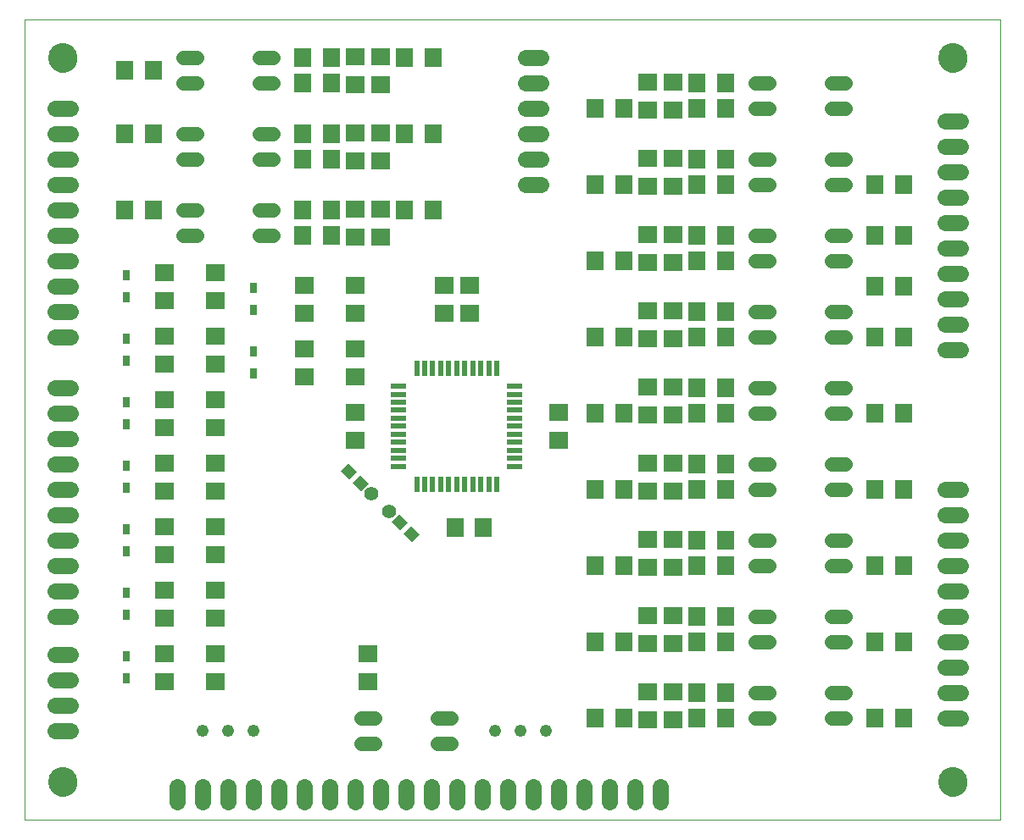
<source format=gts>
G75*
%MOIN*%
%OFA0B0*%
%FSLAX25Y25*%
%IPPOS*%
%LPD*%
%AMOC8*
5,1,8,0,0,1.08239X$1,22.5*
%
%ADD10C,0.00000*%
%ADD11R,0.06306X0.02369*%
%ADD12R,0.02369X0.06306*%
%ADD13R,0.07487X0.06699*%
%ADD14R,0.06699X0.07487*%
%ADD15R,0.07498X0.06699*%
%ADD16C,0.05600*%
%ADD17R,0.06699X0.07498*%
%ADD18C,0.06400*%
%ADD19C,0.04800*%
%ADD20R,0.02762X0.04337*%
%ADD21C,0.05600*%
%ADD22R,0.04731X0.04337*%
%ADD23C,0.06337*%
%ADD24C,0.11424*%
D10*
X0008000Y0004500D02*
X0008000Y0319461D01*
X0391701Y0319461D01*
X0391701Y0004500D01*
X0008000Y0004500D01*
X0017488Y0019500D02*
X0017490Y0019648D01*
X0017496Y0019796D01*
X0017506Y0019944D01*
X0017520Y0020091D01*
X0017538Y0020238D01*
X0017559Y0020384D01*
X0017585Y0020530D01*
X0017615Y0020675D01*
X0017648Y0020819D01*
X0017686Y0020962D01*
X0017727Y0021104D01*
X0017772Y0021245D01*
X0017820Y0021385D01*
X0017873Y0021524D01*
X0017929Y0021661D01*
X0017989Y0021796D01*
X0018052Y0021930D01*
X0018119Y0022062D01*
X0018190Y0022192D01*
X0018264Y0022320D01*
X0018341Y0022446D01*
X0018422Y0022570D01*
X0018506Y0022692D01*
X0018593Y0022811D01*
X0018684Y0022928D01*
X0018778Y0023043D01*
X0018874Y0023155D01*
X0018974Y0023265D01*
X0019076Y0023371D01*
X0019182Y0023475D01*
X0019290Y0023576D01*
X0019401Y0023674D01*
X0019514Y0023770D01*
X0019630Y0023862D01*
X0019748Y0023951D01*
X0019869Y0024036D01*
X0019992Y0024119D01*
X0020117Y0024198D01*
X0020244Y0024274D01*
X0020373Y0024346D01*
X0020504Y0024415D01*
X0020637Y0024480D01*
X0020772Y0024541D01*
X0020908Y0024599D01*
X0021045Y0024654D01*
X0021184Y0024704D01*
X0021325Y0024751D01*
X0021466Y0024794D01*
X0021609Y0024834D01*
X0021753Y0024869D01*
X0021897Y0024901D01*
X0022043Y0024928D01*
X0022189Y0024952D01*
X0022336Y0024972D01*
X0022483Y0024988D01*
X0022630Y0025000D01*
X0022778Y0025008D01*
X0022926Y0025012D01*
X0023074Y0025012D01*
X0023222Y0025008D01*
X0023370Y0025000D01*
X0023517Y0024988D01*
X0023664Y0024972D01*
X0023811Y0024952D01*
X0023957Y0024928D01*
X0024103Y0024901D01*
X0024247Y0024869D01*
X0024391Y0024834D01*
X0024534Y0024794D01*
X0024675Y0024751D01*
X0024816Y0024704D01*
X0024955Y0024654D01*
X0025092Y0024599D01*
X0025228Y0024541D01*
X0025363Y0024480D01*
X0025496Y0024415D01*
X0025627Y0024346D01*
X0025756Y0024274D01*
X0025883Y0024198D01*
X0026008Y0024119D01*
X0026131Y0024036D01*
X0026252Y0023951D01*
X0026370Y0023862D01*
X0026486Y0023770D01*
X0026599Y0023674D01*
X0026710Y0023576D01*
X0026818Y0023475D01*
X0026924Y0023371D01*
X0027026Y0023265D01*
X0027126Y0023155D01*
X0027222Y0023043D01*
X0027316Y0022928D01*
X0027407Y0022811D01*
X0027494Y0022692D01*
X0027578Y0022570D01*
X0027659Y0022446D01*
X0027736Y0022320D01*
X0027810Y0022192D01*
X0027881Y0022062D01*
X0027948Y0021930D01*
X0028011Y0021796D01*
X0028071Y0021661D01*
X0028127Y0021524D01*
X0028180Y0021385D01*
X0028228Y0021245D01*
X0028273Y0021104D01*
X0028314Y0020962D01*
X0028352Y0020819D01*
X0028385Y0020675D01*
X0028415Y0020530D01*
X0028441Y0020384D01*
X0028462Y0020238D01*
X0028480Y0020091D01*
X0028494Y0019944D01*
X0028504Y0019796D01*
X0028510Y0019648D01*
X0028512Y0019500D01*
X0028510Y0019352D01*
X0028504Y0019204D01*
X0028494Y0019056D01*
X0028480Y0018909D01*
X0028462Y0018762D01*
X0028441Y0018616D01*
X0028415Y0018470D01*
X0028385Y0018325D01*
X0028352Y0018181D01*
X0028314Y0018038D01*
X0028273Y0017896D01*
X0028228Y0017755D01*
X0028180Y0017615D01*
X0028127Y0017476D01*
X0028071Y0017339D01*
X0028011Y0017204D01*
X0027948Y0017070D01*
X0027881Y0016938D01*
X0027810Y0016808D01*
X0027736Y0016680D01*
X0027659Y0016554D01*
X0027578Y0016430D01*
X0027494Y0016308D01*
X0027407Y0016189D01*
X0027316Y0016072D01*
X0027222Y0015957D01*
X0027126Y0015845D01*
X0027026Y0015735D01*
X0026924Y0015629D01*
X0026818Y0015525D01*
X0026710Y0015424D01*
X0026599Y0015326D01*
X0026486Y0015230D01*
X0026370Y0015138D01*
X0026252Y0015049D01*
X0026131Y0014964D01*
X0026008Y0014881D01*
X0025883Y0014802D01*
X0025756Y0014726D01*
X0025627Y0014654D01*
X0025496Y0014585D01*
X0025363Y0014520D01*
X0025228Y0014459D01*
X0025092Y0014401D01*
X0024955Y0014346D01*
X0024816Y0014296D01*
X0024675Y0014249D01*
X0024534Y0014206D01*
X0024391Y0014166D01*
X0024247Y0014131D01*
X0024103Y0014099D01*
X0023957Y0014072D01*
X0023811Y0014048D01*
X0023664Y0014028D01*
X0023517Y0014012D01*
X0023370Y0014000D01*
X0023222Y0013992D01*
X0023074Y0013988D01*
X0022926Y0013988D01*
X0022778Y0013992D01*
X0022630Y0014000D01*
X0022483Y0014012D01*
X0022336Y0014028D01*
X0022189Y0014048D01*
X0022043Y0014072D01*
X0021897Y0014099D01*
X0021753Y0014131D01*
X0021609Y0014166D01*
X0021466Y0014206D01*
X0021325Y0014249D01*
X0021184Y0014296D01*
X0021045Y0014346D01*
X0020908Y0014401D01*
X0020772Y0014459D01*
X0020637Y0014520D01*
X0020504Y0014585D01*
X0020373Y0014654D01*
X0020244Y0014726D01*
X0020117Y0014802D01*
X0019992Y0014881D01*
X0019869Y0014964D01*
X0019748Y0015049D01*
X0019630Y0015138D01*
X0019514Y0015230D01*
X0019401Y0015326D01*
X0019290Y0015424D01*
X0019182Y0015525D01*
X0019076Y0015629D01*
X0018974Y0015735D01*
X0018874Y0015845D01*
X0018778Y0015957D01*
X0018684Y0016072D01*
X0018593Y0016189D01*
X0018506Y0016308D01*
X0018422Y0016430D01*
X0018341Y0016554D01*
X0018264Y0016680D01*
X0018190Y0016808D01*
X0018119Y0016938D01*
X0018052Y0017070D01*
X0017989Y0017204D01*
X0017929Y0017339D01*
X0017873Y0017476D01*
X0017820Y0017615D01*
X0017772Y0017755D01*
X0017727Y0017896D01*
X0017686Y0018038D01*
X0017648Y0018181D01*
X0017615Y0018325D01*
X0017585Y0018470D01*
X0017559Y0018616D01*
X0017538Y0018762D01*
X0017520Y0018909D01*
X0017506Y0019056D01*
X0017496Y0019204D01*
X0017490Y0019352D01*
X0017488Y0019500D01*
X0017488Y0304500D02*
X0017490Y0304648D01*
X0017496Y0304796D01*
X0017506Y0304944D01*
X0017520Y0305091D01*
X0017538Y0305238D01*
X0017559Y0305384D01*
X0017585Y0305530D01*
X0017615Y0305675D01*
X0017648Y0305819D01*
X0017686Y0305962D01*
X0017727Y0306104D01*
X0017772Y0306245D01*
X0017820Y0306385D01*
X0017873Y0306524D01*
X0017929Y0306661D01*
X0017989Y0306796D01*
X0018052Y0306930D01*
X0018119Y0307062D01*
X0018190Y0307192D01*
X0018264Y0307320D01*
X0018341Y0307446D01*
X0018422Y0307570D01*
X0018506Y0307692D01*
X0018593Y0307811D01*
X0018684Y0307928D01*
X0018778Y0308043D01*
X0018874Y0308155D01*
X0018974Y0308265D01*
X0019076Y0308371D01*
X0019182Y0308475D01*
X0019290Y0308576D01*
X0019401Y0308674D01*
X0019514Y0308770D01*
X0019630Y0308862D01*
X0019748Y0308951D01*
X0019869Y0309036D01*
X0019992Y0309119D01*
X0020117Y0309198D01*
X0020244Y0309274D01*
X0020373Y0309346D01*
X0020504Y0309415D01*
X0020637Y0309480D01*
X0020772Y0309541D01*
X0020908Y0309599D01*
X0021045Y0309654D01*
X0021184Y0309704D01*
X0021325Y0309751D01*
X0021466Y0309794D01*
X0021609Y0309834D01*
X0021753Y0309869D01*
X0021897Y0309901D01*
X0022043Y0309928D01*
X0022189Y0309952D01*
X0022336Y0309972D01*
X0022483Y0309988D01*
X0022630Y0310000D01*
X0022778Y0310008D01*
X0022926Y0310012D01*
X0023074Y0310012D01*
X0023222Y0310008D01*
X0023370Y0310000D01*
X0023517Y0309988D01*
X0023664Y0309972D01*
X0023811Y0309952D01*
X0023957Y0309928D01*
X0024103Y0309901D01*
X0024247Y0309869D01*
X0024391Y0309834D01*
X0024534Y0309794D01*
X0024675Y0309751D01*
X0024816Y0309704D01*
X0024955Y0309654D01*
X0025092Y0309599D01*
X0025228Y0309541D01*
X0025363Y0309480D01*
X0025496Y0309415D01*
X0025627Y0309346D01*
X0025756Y0309274D01*
X0025883Y0309198D01*
X0026008Y0309119D01*
X0026131Y0309036D01*
X0026252Y0308951D01*
X0026370Y0308862D01*
X0026486Y0308770D01*
X0026599Y0308674D01*
X0026710Y0308576D01*
X0026818Y0308475D01*
X0026924Y0308371D01*
X0027026Y0308265D01*
X0027126Y0308155D01*
X0027222Y0308043D01*
X0027316Y0307928D01*
X0027407Y0307811D01*
X0027494Y0307692D01*
X0027578Y0307570D01*
X0027659Y0307446D01*
X0027736Y0307320D01*
X0027810Y0307192D01*
X0027881Y0307062D01*
X0027948Y0306930D01*
X0028011Y0306796D01*
X0028071Y0306661D01*
X0028127Y0306524D01*
X0028180Y0306385D01*
X0028228Y0306245D01*
X0028273Y0306104D01*
X0028314Y0305962D01*
X0028352Y0305819D01*
X0028385Y0305675D01*
X0028415Y0305530D01*
X0028441Y0305384D01*
X0028462Y0305238D01*
X0028480Y0305091D01*
X0028494Y0304944D01*
X0028504Y0304796D01*
X0028510Y0304648D01*
X0028512Y0304500D01*
X0028510Y0304352D01*
X0028504Y0304204D01*
X0028494Y0304056D01*
X0028480Y0303909D01*
X0028462Y0303762D01*
X0028441Y0303616D01*
X0028415Y0303470D01*
X0028385Y0303325D01*
X0028352Y0303181D01*
X0028314Y0303038D01*
X0028273Y0302896D01*
X0028228Y0302755D01*
X0028180Y0302615D01*
X0028127Y0302476D01*
X0028071Y0302339D01*
X0028011Y0302204D01*
X0027948Y0302070D01*
X0027881Y0301938D01*
X0027810Y0301808D01*
X0027736Y0301680D01*
X0027659Y0301554D01*
X0027578Y0301430D01*
X0027494Y0301308D01*
X0027407Y0301189D01*
X0027316Y0301072D01*
X0027222Y0300957D01*
X0027126Y0300845D01*
X0027026Y0300735D01*
X0026924Y0300629D01*
X0026818Y0300525D01*
X0026710Y0300424D01*
X0026599Y0300326D01*
X0026486Y0300230D01*
X0026370Y0300138D01*
X0026252Y0300049D01*
X0026131Y0299964D01*
X0026008Y0299881D01*
X0025883Y0299802D01*
X0025756Y0299726D01*
X0025627Y0299654D01*
X0025496Y0299585D01*
X0025363Y0299520D01*
X0025228Y0299459D01*
X0025092Y0299401D01*
X0024955Y0299346D01*
X0024816Y0299296D01*
X0024675Y0299249D01*
X0024534Y0299206D01*
X0024391Y0299166D01*
X0024247Y0299131D01*
X0024103Y0299099D01*
X0023957Y0299072D01*
X0023811Y0299048D01*
X0023664Y0299028D01*
X0023517Y0299012D01*
X0023370Y0299000D01*
X0023222Y0298992D01*
X0023074Y0298988D01*
X0022926Y0298988D01*
X0022778Y0298992D01*
X0022630Y0299000D01*
X0022483Y0299012D01*
X0022336Y0299028D01*
X0022189Y0299048D01*
X0022043Y0299072D01*
X0021897Y0299099D01*
X0021753Y0299131D01*
X0021609Y0299166D01*
X0021466Y0299206D01*
X0021325Y0299249D01*
X0021184Y0299296D01*
X0021045Y0299346D01*
X0020908Y0299401D01*
X0020772Y0299459D01*
X0020637Y0299520D01*
X0020504Y0299585D01*
X0020373Y0299654D01*
X0020244Y0299726D01*
X0020117Y0299802D01*
X0019992Y0299881D01*
X0019869Y0299964D01*
X0019748Y0300049D01*
X0019630Y0300138D01*
X0019514Y0300230D01*
X0019401Y0300326D01*
X0019290Y0300424D01*
X0019182Y0300525D01*
X0019076Y0300629D01*
X0018974Y0300735D01*
X0018874Y0300845D01*
X0018778Y0300957D01*
X0018684Y0301072D01*
X0018593Y0301189D01*
X0018506Y0301308D01*
X0018422Y0301430D01*
X0018341Y0301554D01*
X0018264Y0301680D01*
X0018190Y0301808D01*
X0018119Y0301938D01*
X0018052Y0302070D01*
X0017989Y0302204D01*
X0017929Y0302339D01*
X0017873Y0302476D01*
X0017820Y0302615D01*
X0017772Y0302755D01*
X0017727Y0302896D01*
X0017686Y0303038D01*
X0017648Y0303181D01*
X0017615Y0303325D01*
X0017585Y0303470D01*
X0017559Y0303616D01*
X0017538Y0303762D01*
X0017520Y0303909D01*
X0017506Y0304056D01*
X0017496Y0304204D01*
X0017490Y0304352D01*
X0017488Y0304500D01*
X0367488Y0304500D02*
X0367490Y0304648D01*
X0367496Y0304796D01*
X0367506Y0304944D01*
X0367520Y0305091D01*
X0367538Y0305238D01*
X0367559Y0305384D01*
X0367585Y0305530D01*
X0367615Y0305675D01*
X0367648Y0305819D01*
X0367686Y0305962D01*
X0367727Y0306104D01*
X0367772Y0306245D01*
X0367820Y0306385D01*
X0367873Y0306524D01*
X0367929Y0306661D01*
X0367989Y0306796D01*
X0368052Y0306930D01*
X0368119Y0307062D01*
X0368190Y0307192D01*
X0368264Y0307320D01*
X0368341Y0307446D01*
X0368422Y0307570D01*
X0368506Y0307692D01*
X0368593Y0307811D01*
X0368684Y0307928D01*
X0368778Y0308043D01*
X0368874Y0308155D01*
X0368974Y0308265D01*
X0369076Y0308371D01*
X0369182Y0308475D01*
X0369290Y0308576D01*
X0369401Y0308674D01*
X0369514Y0308770D01*
X0369630Y0308862D01*
X0369748Y0308951D01*
X0369869Y0309036D01*
X0369992Y0309119D01*
X0370117Y0309198D01*
X0370244Y0309274D01*
X0370373Y0309346D01*
X0370504Y0309415D01*
X0370637Y0309480D01*
X0370772Y0309541D01*
X0370908Y0309599D01*
X0371045Y0309654D01*
X0371184Y0309704D01*
X0371325Y0309751D01*
X0371466Y0309794D01*
X0371609Y0309834D01*
X0371753Y0309869D01*
X0371897Y0309901D01*
X0372043Y0309928D01*
X0372189Y0309952D01*
X0372336Y0309972D01*
X0372483Y0309988D01*
X0372630Y0310000D01*
X0372778Y0310008D01*
X0372926Y0310012D01*
X0373074Y0310012D01*
X0373222Y0310008D01*
X0373370Y0310000D01*
X0373517Y0309988D01*
X0373664Y0309972D01*
X0373811Y0309952D01*
X0373957Y0309928D01*
X0374103Y0309901D01*
X0374247Y0309869D01*
X0374391Y0309834D01*
X0374534Y0309794D01*
X0374675Y0309751D01*
X0374816Y0309704D01*
X0374955Y0309654D01*
X0375092Y0309599D01*
X0375228Y0309541D01*
X0375363Y0309480D01*
X0375496Y0309415D01*
X0375627Y0309346D01*
X0375756Y0309274D01*
X0375883Y0309198D01*
X0376008Y0309119D01*
X0376131Y0309036D01*
X0376252Y0308951D01*
X0376370Y0308862D01*
X0376486Y0308770D01*
X0376599Y0308674D01*
X0376710Y0308576D01*
X0376818Y0308475D01*
X0376924Y0308371D01*
X0377026Y0308265D01*
X0377126Y0308155D01*
X0377222Y0308043D01*
X0377316Y0307928D01*
X0377407Y0307811D01*
X0377494Y0307692D01*
X0377578Y0307570D01*
X0377659Y0307446D01*
X0377736Y0307320D01*
X0377810Y0307192D01*
X0377881Y0307062D01*
X0377948Y0306930D01*
X0378011Y0306796D01*
X0378071Y0306661D01*
X0378127Y0306524D01*
X0378180Y0306385D01*
X0378228Y0306245D01*
X0378273Y0306104D01*
X0378314Y0305962D01*
X0378352Y0305819D01*
X0378385Y0305675D01*
X0378415Y0305530D01*
X0378441Y0305384D01*
X0378462Y0305238D01*
X0378480Y0305091D01*
X0378494Y0304944D01*
X0378504Y0304796D01*
X0378510Y0304648D01*
X0378512Y0304500D01*
X0378510Y0304352D01*
X0378504Y0304204D01*
X0378494Y0304056D01*
X0378480Y0303909D01*
X0378462Y0303762D01*
X0378441Y0303616D01*
X0378415Y0303470D01*
X0378385Y0303325D01*
X0378352Y0303181D01*
X0378314Y0303038D01*
X0378273Y0302896D01*
X0378228Y0302755D01*
X0378180Y0302615D01*
X0378127Y0302476D01*
X0378071Y0302339D01*
X0378011Y0302204D01*
X0377948Y0302070D01*
X0377881Y0301938D01*
X0377810Y0301808D01*
X0377736Y0301680D01*
X0377659Y0301554D01*
X0377578Y0301430D01*
X0377494Y0301308D01*
X0377407Y0301189D01*
X0377316Y0301072D01*
X0377222Y0300957D01*
X0377126Y0300845D01*
X0377026Y0300735D01*
X0376924Y0300629D01*
X0376818Y0300525D01*
X0376710Y0300424D01*
X0376599Y0300326D01*
X0376486Y0300230D01*
X0376370Y0300138D01*
X0376252Y0300049D01*
X0376131Y0299964D01*
X0376008Y0299881D01*
X0375883Y0299802D01*
X0375756Y0299726D01*
X0375627Y0299654D01*
X0375496Y0299585D01*
X0375363Y0299520D01*
X0375228Y0299459D01*
X0375092Y0299401D01*
X0374955Y0299346D01*
X0374816Y0299296D01*
X0374675Y0299249D01*
X0374534Y0299206D01*
X0374391Y0299166D01*
X0374247Y0299131D01*
X0374103Y0299099D01*
X0373957Y0299072D01*
X0373811Y0299048D01*
X0373664Y0299028D01*
X0373517Y0299012D01*
X0373370Y0299000D01*
X0373222Y0298992D01*
X0373074Y0298988D01*
X0372926Y0298988D01*
X0372778Y0298992D01*
X0372630Y0299000D01*
X0372483Y0299012D01*
X0372336Y0299028D01*
X0372189Y0299048D01*
X0372043Y0299072D01*
X0371897Y0299099D01*
X0371753Y0299131D01*
X0371609Y0299166D01*
X0371466Y0299206D01*
X0371325Y0299249D01*
X0371184Y0299296D01*
X0371045Y0299346D01*
X0370908Y0299401D01*
X0370772Y0299459D01*
X0370637Y0299520D01*
X0370504Y0299585D01*
X0370373Y0299654D01*
X0370244Y0299726D01*
X0370117Y0299802D01*
X0369992Y0299881D01*
X0369869Y0299964D01*
X0369748Y0300049D01*
X0369630Y0300138D01*
X0369514Y0300230D01*
X0369401Y0300326D01*
X0369290Y0300424D01*
X0369182Y0300525D01*
X0369076Y0300629D01*
X0368974Y0300735D01*
X0368874Y0300845D01*
X0368778Y0300957D01*
X0368684Y0301072D01*
X0368593Y0301189D01*
X0368506Y0301308D01*
X0368422Y0301430D01*
X0368341Y0301554D01*
X0368264Y0301680D01*
X0368190Y0301808D01*
X0368119Y0301938D01*
X0368052Y0302070D01*
X0367989Y0302204D01*
X0367929Y0302339D01*
X0367873Y0302476D01*
X0367820Y0302615D01*
X0367772Y0302755D01*
X0367727Y0302896D01*
X0367686Y0303038D01*
X0367648Y0303181D01*
X0367615Y0303325D01*
X0367585Y0303470D01*
X0367559Y0303616D01*
X0367538Y0303762D01*
X0367520Y0303909D01*
X0367506Y0304056D01*
X0367496Y0304204D01*
X0367490Y0304352D01*
X0367488Y0304500D01*
X0367488Y0019500D02*
X0367490Y0019648D01*
X0367496Y0019796D01*
X0367506Y0019944D01*
X0367520Y0020091D01*
X0367538Y0020238D01*
X0367559Y0020384D01*
X0367585Y0020530D01*
X0367615Y0020675D01*
X0367648Y0020819D01*
X0367686Y0020962D01*
X0367727Y0021104D01*
X0367772Y0021245D01*
X0367820Y0021385D01*
X0367873Y0021524D01*
X0367929Y0021661D01*
X0367989Y0021796D01*
X0368052Y0021930D01*
X0368119Y0022062D01*
X0368190Y0022192D01*
X0368264Y0022320D01*
X0368341Y0022446D01*
X0368422Y0022570D01*
X0368506Y0022692D01*
X0368593Y0022811D01*
X0368684Y0022928D01*
X0368778Y0023043D01*
X0368874Y0023155D01*
X0368974Y0023265D01*
X0369076Y0023371D01*
X0369182Y0023475D01*
X0369290Y0023576D01*
X0369401Y0023674D01*
X0369514Y0023770D01*
X0369630Y0023862D01*
X0369748Y0023951D01*
X0369869Y0024036D01*
X0369992Y0024119D01*
X0370117Y0024198D01*
X0370244Y0024274D01*
X0370373Y0024346D01*
X0370504Y0024415D01*
X0370637Y0024480D01*
X0370772Y0024541D01*
X0370908Y0024599D01*
X0371045Y0024654D01*
X0371184Y0024704D01*
X0371325Y0024751D01*
X0371466Y0024794D01*
X0371609Y0024834D01*
X0371753Y0024869D01*
X0371897Y0024901D01*
X0372043Y0024928D01*
X0372189Y0024952D01*
X0372336Y0024972D01*
X0372483Y0024988D01*
X0372630Y0025000D01*
X0372778Y0025008D01*
X0372926Y0025012D01*
X0373074Y0025012D01*
X0373222Y0025008D01*
X0373370Y0025000D01*
X0373517Y0024988D01*
X0373664Y0024972D01*
X0373811Y0024952D01*
X0373957Y0024928D01*
X0374103Y0024901D01*
X0374247Y0024869D01*
X0374391Y0024834D01*
X0374534Y0024794D01*
X0374675Y0024751D01*
X0374816Y0024704D01*
X0374955Y0024654D01*
X0375092Y0024599D01*
X0375228Y0024541D01*
X0375363Y0024480D01*
X0375496Y0024415D01*
X0375627Y0024346D01*
X0375756Y0024274D01*
X0375883Y0024198D01*
X0376008Y0024119D01*
X0376131Y0024036D01*
X0376252Y0023951D01*
X0376370Y0023862D01*
X0376486Y0023770D01*
X0376599Y0023674D01*
X0376710Y0023576D01*
X0376818Y0023475D01*
X0376924Y0023371D01*
X0377026Y0023265D01*
X0377126Y0023155D01*
X0377222Y0023043D01*
X0377316Y0022928D01*
X0377407Y0022811D01*
X0377494Y0022692D01*
X0377578Y0022570D01*
X0377659Y0022446D01*
X0377736Y0022320D01*
X0377810Y0022192D01*
X0377881Y0022062D01*
X0377948Y0021930D01*
X0378011Y0021796D01*
X0378071Y0021661D01*
X0378127Y0021524D01*
X0378180Y0021385D01*
X0378228Y0021245D01*
X0378273Y0021104D01*
X0378314Y0020962D01*
X0378352Y0020819D01*
X0378385Y0020675D01*
X0378415Y0020530D01*
X0378441Y0020384D01*
X0378462Y0020238D01*
X0378480Y0020091D01*
X0378494Y0019944D01*
X0378504Y0019796D01*
X0378510Y0019648D01*
X0378512Y0019500D01*
X0378510Y0019352D01*
X0378504Y0019204D01*
X0378494Y0019056D01*
X0378480Y0018909D01*
X0378462Y0018762D01*
X0378441Y0018616D01*
X0378415Y0018470D01*
X0378385Y0018325D01*
X0378352Y0018181D01*
X0378314Y0018038D01*
X0378273Y0017896D01*
X0378228Y0017755D01*
X0378180Y0017615D01*
X0378127Y0017476D01*
X0378071Y0017339D01*
X0378011Y0017204D01*
X0377948Y0017070D01*
X0377881Y0016938D01*
X0377810Y0016808D01*
X0377736Y0016680D01*
X0377659Y0016554D01*
X0377578Y0016430D01*
X0377494Y0016308D01*
X0377407Y0016189D01*
X0377316Y0016072D01*
X0377222Y0015957D01*
X0377126Y0015845D01*
X0377026Y0015735D01*
X0376924Y0015629D01*
X0376818Y0015525D01*
X0376710Y0015424D01*
X0376599Y0015326D01*
X0376486Y0015230D01*
X0376370Y0015138D01*
X0376252Y0015049D01*
X0376131Y0014964D01*
X0376008Y0014881D01*
X0375883Y0014802D01*
X0375756Y0014726D01*
X0375627Y0014654D01*
X0375496Y0014585D01*
X0375363Y0014520D01*
X0375228Y0014459D01*
X0375092Y0014401D01*
X0374955Y0014346D01*
X0374816Y0014296D01*
X0374675Y0014249D01*
X0374534Y0014206D01*
X0374391Y0014166D01*
X0374247Y0014131D01*
X0374103Y0014099D01*
X0373957Y0014072D01*
X0373811Y0014048D01*
X0373664Y0014028D01*
X0373517Y0014012D01*
X0373370Y0014000D01*
X0373222Y0013992D01*
X0373074Y0013988D01*
X0372926Y0013988D01*
X0372778Y0013992D01*
X0372630Y0014000D01*
X0372483Y0014012D01*
X0372336Y0014028D01*
X0372189Y0014048D01*
X0372043Y0014072D01*
X0371897Y0014099D01*
X0371753Y0014131D01*
X0371609Y0014166D01*
X0371466Y0014206D01*
X0371325Y0014249D01*
X0371184Y0014296D01*
X0371045Y0014346D01*
X0370908Y0014401D01*
X0370772Y0014459D01*
X0370637Y0014520D01*
X0370504Y0014585D01*
X0370373Y0014654D01*
X0370244Y0014726D01*
X0370117Y0014802D01*
X0369992Y0014881D01*
X0369869Y0014964D01*
X0369748Y0015049D01*
X0369630Y0015138D01*
X0369514Y0015230D01*
X0369401Y0015326D01*
X0369290Y0015424D01*
X0369182Y0015525D01*
X0369076Y0015629D01*
X0368974Y0015735D01*
X0368874Y0015845D01*
X0368778Y0015957D01*
X0368684Y0016072D01*
X0368593Y0016189D01*
X0368506Y0016308D01*
X0368422Y0016430D01*
X0368341Y0016554D01*
X0368264Y0016680D01*
X0368190Y0016808D01*
X0368119Y0016938D01*
X0368052Y0017070D01*
X0367989Y0017204D01*
X0367929Y0017339D01*
X0367873Y0017476D01*
X0367820Y0017615D01*
X0367772Y0017755D01*
X0367727Y0017896D01*
X0367686Y0018038D01*
X0367648Y0018181D01*
X0367615Y0018325D01*
X0367585Y0018470D01*
X0367559Y0018616D01*
X0367538Y0018762D01*
X0367520Y0018909D01*
X0367506Y0019056D01*
X0367496Y0019204D01*
X0367490Y0019352D01*
X0367488Y0019500D01*
D11*
X0200835Y0143752D03*
X0200835Y0146902D03*
X0200835Y0150051D03*
X0200835Y0153201D03*
X0200835Y0156350D03*
X0200835Y0159500D03*
X0200835Y0162650D03*
X0200835Y0165799D03*
X0200835Y0168949D03*
X0200835Y0172098D03*
X0200835Y0175248D03*
X0155165Y0175248D03*
X0155165Y0172098D03*
X0155165Y0168949D03*
X0155165Y0165799D03*
X0155165Y0162650D03*
X0155165Y0159500D03*
X0155165Y0156350D03*
X0155165Y0153201D03*
X0155165Y0150051D03*
X0155165Y0146902D03*
X0155165Y0143752D03*
D12*
X0162252Y0136665D03*
X0165402Y0136665D03*
X0168551Y0136665D03*
X0171701Y0136665D03*
X0174850Y0136665D03*
X0178000Y0136665D03*
X0181150Y0136665D03*
X0184299Y0136665D03*
X0187449Y0136665D03*
X0190598Y0136665D03*
X0193748Y0136665D03*
X0193748Y0182335D03*
X0190598Y0182335D03*
X0187449Y0182335D03*
X0184299Y0182335D03*
X0181150Y0182335D03*
X0178000Y0182335D03*
X0174850Y0182335D03*
X0171701Y0182335D03*
X0168551Y0182335D03*
X0165402Y0182335D03*
X0162252Y0182335D03*
D13*
X0138000Y0178988D03*
X0138000Y0190012D03*
X0138000Y0203988D03*
X0138000Y0215012D03*
X0183000Y0215012D03*
X0183000Y0203988D03*
X0218000Y0165012D03*
X0218000Y0153988D03*
X0138000Y0153988D03*
X0138000Y0165012D03*
X0083000Y0170012D03*
X0083000Y0158988D03*
X0083000Y0145012D03*
X0083000Y0133988D03*
X0083000Y0120012D03*
X0083000Y0108988D03*
X0083000Y0095012D03*
X0083000Y0083988D03*
X0083000Y0070012D03*
X0083000Y0058988D03*
X0083000Y0183988D03*
X0083000Y0195012D03*
X0083000Y0208988D03*
X0083000Y0220012D03*
D14*
X0177488Y0119500D03*
X0188512Y0119500D03*
D15*
X0143000Y0070098D03*
X0143000Y0058902D03*
X0063000Y0058902D03*
X0063000Y0070098D03*
X0063000Y0083902D03*
X0063000Y0095098D03*
X0063000Y0108902D03*
X0063000Y0120098D03*
X0063000Y0133902D03*
X0063000Y0145098D03*
X0063000Y0158902D03*
X0063000Y0170098D03*
X0063000Y0183902D03*
X0063000Y0195098D03*
X0063000Y0208902D03*
X0063000Y0220098D03*
X0118000Y0215098D03*
X0118000Y0203902D03*
X0118000Y0190098D03*
X0118000Y0178902D03*
X0173000Y0203902D03*
X0173000Y0215098D03*
X0148000Y0233902D03*
X0138000Y0233902D03*
X0138000Y0245098D03*
X0148000Y0245098D03*
X0148000Y0263902D03*
X0138000Y0263902D03*
X0138000Y0275098D03*
X0148000Y0275098D03*
X0148000Y0293902D03*
X0138000Y0293902D03*
X0138000Y0305098D03*
X0148000Y0305098D03*
X0253000Y0295098D03*
X0263000Y0295098D03*
X0263000Y0283902D03*
X0253000Y0283902D03*
X0253000Y0265098D03*
X0263000Y0265098D03*
X0263000Y0253902D03*
X0253000Y0253902D03*
X0253000Y0235098D03*
X0263000Y0235098D03*
X0263000Y0223902D03*
X0253000Y0223902D03*
X0253000Y0205098D03*
X0263000Y0205098D03*
X0263000Y0193902D03*
X0253000Y0193902D03*
X0253000Y0175098D03*
X0263000Y0175098D03*
X0263000Y0163902D03*
X0253000Y0163902D03*
X0253000Y0145098D03*
X0263000Y0145098D03*
X0263000Y0133902D03*
X0253000Y0133902D03*
X0253000Y0115098D03*
X0263000Y0115098D03*
X0263000Y0103902D03*
X0253000Y0103902D03*
X0253000Y0085098D03*
X0263000Y0085098D03*
X0263000Y0073902D03*
X0253000Y0073902D03*
X0253000Y0055098D03*
X0263000Y0055098D03*
X0263000Y0043902D03*
X0253000Y0043902D03*
D16*
X0295400Y0044500D02*
X0300600Y0044500D01*
X0300600Y0054500D02*
X0295400Y0054500D01*
X0295400Y0074500D02*
X0300600Y0074500D01*
X0300600Y0084500D02*
X0295400Y0084500D01*
X0295400Y0104500D02*
X0300600Y0104500D01*
X0300600Y0114500D02*
X0295400Y0114500D01*
X0295400Y0134500D02*
X0300600Y0134500D01*
X0300600Y0144500D02*
X0295400Y0144500D01*
X0295400Y0164500D02*
X0300600Y0164500D01*
X0300600Y0174500D02*
X0295400Y0174500D01*
X0295400Y0194500D02*
X0300600Y0194500D01*
X0300600Y0204500D02*
X0295400Y0204500D01*
X0295400Y0224500D02*
X0300600Y0224500D01*
X0300600Y0234500D02*
X0295400Y0234500D01*
X0295400Y0254500D02*
X0300600Y0254500D01*
X0300600Y0264500D02*
X0295400Y0264500D01*
X0295400Y0284500D02*
X0300600Y0284500D01*
X0300600Y0294500D02*
X0295400Y0294500D01*
X0325400Y0294500D02*
X0330600Y0294500D01*
X0330600Y0284500D02*
X0325400Y0284500D01*
X0325400Y0264500D02*
X0330600Y0264500D01*
X0330600Y0254500D02*
X0325400Y0254500D01*
X0325400Y0234500D02*
X0330600Y0234500D01*
X0330600Y0224500D02*
X0325400Y0224500D01*
X0325400Y0204500D02*
X0330600Y0204500D01*
X0330600Y0194500D02*
X0325400Y0194500D01*
X0325400Y0174500D02*
X0330600Y0174500D01*
X0330600Y0164500D02*
X0325400Y0164500D01*
X0325400Y0144500D02*
X0330600Y0144500D01*
X0330600Y0134500D02*
X0325400Y0134500D01*
X0325400Y0114500D02*
X0330600Y0114500D01*
X0330600Y0104500D02*
X0325400Y0104500D01*
X0325400Y0084500D02*
X0330600Y0084500D01*
X0330600Y0074500D02*
X0325400Y0074500D01*
X0325400Y0054500D02*
X0330600Y0054500D01*
X0330600Y0044500D02*
X0325400Y0044500D01*
X0175600Y0044500D02*
X0170400Y0044500D01*
X0170400Y0034500D02*
X0175600Y0034500D01*
X0145600Y0034500D02*
X0140400Y0034500D01*
X0140400Y0044500D02*
X0145600Y0044500D01*
X0105600Y0234500D02*
X0100400Y0234500D01*
X0100400Y0244500D02*
X0105600Y0244500D01*
X0105600Y0264500D02*
X0100400Y0264500D01*
X0100400Y0274500D02*
X0105600Y0274500D01*
X0105600Y0294500D02*
X0100400Y0294500D01*
X0100400Y0304500D02*
X0105600Y0304500D01*
X0075600Y0304500D02*
X0070400Y0304500D01*
X0070400Y0294500D02*
X0075600Y0294500D01*
X0075600Y0274500D02*
X0070400Y0274500D01*
X0070400Y0264500D02*
X0075600Y0264500D01*
X0075600Y0244500D02*
X0070400Y0244500D01*
X0070400Y0234500D02*
X0075600Y0234500D01*
D17*
X0058598Y0244500D03*
X0047402Y0244500D03*
X0047402Y0274500D03*
X0058598Y0274500D03*
X0058598Y0299500D03*
X0047402Y0299500D03*
X0117402Y0294500D03*
X0128598Y0294500D03*
X0128598Y0304500D03*
X0117402Y0304500D03*
X0117402Y0274500D03*
X0117402Y0264500D03*
X0128598Y0264500D03*
X0128598Y0274500D03*
X0157402Y0274500D03*
X0168598Y0274500D03*
X0168598Y0244500D03*
X0157402Y0244500D03*
X0128598Y0244500D03*
X0128598Y0234500D03*
X0117402Y0234500D03*
X0117402Y0244500D03*
X0157402Y0304500D03*
X0168598Y0304500D03*
X0232402Y0284500D03*
X0243598Y0284500D03*
X0272402Y0284500D03*
X0283598Y0284500D03*
X0283598Y0294500D03*
X0272402Y0294500D03*
X0272402Y0264500D03*
X0283598Y0264500D03*
X0283598Y0254500D03*
X0272402Y0254500D03*
X0272402Y0234500D03*
X0283598Y0234500D03*
X0283598Y0224500D03*
X0272402Y0224500D03*
X0272402Y0204500D03*
X0283598Y0204500D03*
X0283598Y0194500D03*
X0272402Y0194500D03*
X0272402Y0174500D03*
X0283598Y0174500D03*
X0283598Y0164500D03*
X0272402Y0164500D03*
X0272402Y0144500D03*
X0283598Y0144500D03*
X0283598Y0134500D03*
X0272402Y0134500D03*
X0272402Y0114500D03*
X0283598Y0114500D03*
X0283598Y0104500D03*
X0272402Y0104500D03*
X0272402Y0084500D03*
X0283598Y0084500D03*
X0283598Y0074500D03*
X0272402Y0074500D03*
X0272402Y0054500D03*
X0283598Y0054500D03*
X0283598Y0044500D03*
X0272402Y0044500D03*
X0243598Y0044500D03*
X0232402Y0044500D03*
X0232402Y0074500D03*
X0243598Y0074500D03*
X0243598Y0104500D03*
X0232402Y0104500D03*
X0232402Y0134500D03*
X0243598Y0134500D03*
X0243598Y0164500D03*
X0232402Y0164500D03*
X0232402Y0194500D03*
X0243598Y0194500D03*
X0243598Y0224500D03*
X0232402Y0224500D03*
X0232402Y0254500D03*
X0243598Y0254500D03*
X0342402Y0254500D03*
X0353598Y0254500D03*
X0353598Y0234500D03*
X0342402Y0234500D03*
X0342402Y0214500D03*
X0353598Y0214500D03*
X0353598Y0194500D03*
X0342402Y0194500D03*
X0342402Y0164500D03*
X0353598Y0164500D03*
X0353598Y0134500D03*
X0342402Y0134500D03*
X0342402Y0104500D03*
X0353598Y0104500D03*
X0353598Y0074500D03*
X0342402Y0074500D03*
X0342402Y0044500D03*
X0353598Y0044500D03*
D18*
X0258000Y0017500D02*
X0258000Y0011500D01*
X0248000Y0011500D02*
X0248000Y0017500D01*
X0238000Y0017500D02*
X0238000Y0011500D01*
X0228000Y0011500D02*
X0228000Y0017500D01*
X0218000Y0017500D02*
X0218000Y0011500D01*
X0208000Y0011500D02*
X0208000Y0017500D01*
X0198000Y0017500D02*
X0198000Y0011500D01*
X0188000Y0011500D02*
X0188000Y0017500D01*
X0178000Y0017500D02*
X0178000Y0011500D01*
X0168000Y0011500D02*
X0168000Y0017500D01*
X0158000Y0017500D02*
X0158000Y0011500D01*
X0148000Y0011500D02*
X0148000Y0017500D01*
X0138000Y0017500D02*
X0138000Y0011500D01*
X0128000Y0011500D02*
X0128000Y0017500D01*
X0118000Y0017500D02*
X0118000Y0011500D01*
X0108000Y0011500D02*
X0108000Y0017500D01*
X0098000Y0017500D02*
X0098000Y0011500D01*
X0088000Y0011500D02*
X0088000Y0017500D01*
X0078000Y0017500D02*
X0078000Y0011500D01*
X0068000Y0011500D02*
X0068000Y0017500D01*
X0205000Y0254500D02*
X0211000Y0254500D01*
X0211000Y0264500D02*
X0205000Y0264500D01*
X0205000Y0274500D02*
X0211000Y0274500D01*
X0211000Y0284500D02*
X0205000Y0284500D01*
X0205000Y0294500D02*
X0211000Y0294500D01*
X0211000Y0304500D02*
X0205000Y0304500D01*
D19*
X0203000Y0039500D03*
X0193000Y0039500D03*
X0213000Y0039500D03*
X0098000Y0039500D03*
X0088000Y0039500D03*
X0078000Y0039500D03*
D20*
X0048000Y0060169D03*
X0048000Y0068831D03*
X0048000Y0085169D03*
X0048000Y0093831D03*
X0048000Y0110169D03*
X0048000Y0118831D03*
X0048000Y0135169D03*
X0048000Y0143831D03*
X0048000Y0160169D03*
X0048000Y0168831D03*
X0048000Y0185169D03*
X0048000Y0193831D03*
X0048000Y0210169D03*
X0048000Y0218831D03*
X0098000Y0213831D03*
X0098000Y0205169D03*
X0098000Y0188831D03*
X0098000Y0180169D03*
D21*
X0144464Y0133036D03*
X0151536Y0125964D03*
D22*
G36*
X0155495Y0125071D02*
X0158839Y0121727D01*
X0155773Y0118661D01*
X0152429Y0122005D01*
X0155495Y0125071D01*
G37*
G36*
X0160227Y0120339D02*
X0163571Y0116995D01*
X0160505Y0113929D01*
X0157161Y0117273D01*
X0160227Y0120339D01*
G37*
G36*
X0140505Y0133929D02*
X0137161Y0137273D01*
X0140227Y0140339D01*
X0143571Y0136995D01*
X0140505Y0133929D01*
G37*
G36*
X0135773Y0138661D02*
X0132429Y0142005D01*
X0135495Y0145071D01*
X0138839Y0141727D01*
X0135773Y0138661D01*
G37*
D23*
X0025969Y0134500D02*
X0020031Y0134500D01*
X0020031Y0124500D02*
X0025969Y0124500D01*
X0025969Y0114500D02*
X0020031Y0114500D01*
X0020031Y0104500D02*
X0025969Y0104500D01*
X0025969Y0094500D02*
X0020031Y0094500D01*
X0020031Y0084500D02*
X0025969Y0084500D01*
X0025969Y0069500D02*
X0020031Y0069500D01*
X0020031Y0059500D02*
X0025969Y0059500D01*
X0025969Y0049500D02*
X0020031Y0049500D01*
X0020031Y0039500D02*
X0025969Y0039500D01*
X0025969Y0144500D02*
X0020031Y0144500D01*
X0020031Y0154500D02*
X0025969Y0154500D01*
X0025969Y0164500D02*
X0020031Y0164500D01*
X0020031Y0174500D02*
X0025969Y0174500D01*
X0025969Y0194500D02*
X0020031Y0194500D01*
X0020031Y0204500D02*
X0025969Y0204500D01*
X0025969Y0214500D02*
X0020031Y0214500D01*
X0020031Y0224500D02*
X0025969Y0224500D01*
X0025969Y0234500D02*
X0020031Y0234500D01*
X0020031Y0244500D02*
X0025969Y0244500D01*
X0025969Y0254500D02*
X0020031Y0254500D01*
X0020031Y0264500D02*
X0025969Y0264500D01*
X0025969Y0274500D02*
X0020031Y0274500D01*
X0020031Y0284500D02*
X0025969Y0284500D01*
X0370031Y0279500D02*
X0375969Y0279500D01*
X0375969Y0269500D02*
X0370031Y0269500D01*
X0370031Y0259500D02*
X0375969Y0259500D01*
X0375969Y0249500D02*
X0370031Y0249500D01*
X0370031Y0239500D02*
X0375969Y0239500D01*
X0375969Y0229500D02*
X0370031Y0229500D01*
X0370031Y0219500D02*
X0375969Y0219500D01*
X0375969Y0209500D02*
X0370031Y0209500D01*
X0370031Y0199500D02*
X0375969Y0199500D01*
X0375969Y0189500D02*
X0370031Y0189500D01*
X0370031Y0134500D02*
X0375969Y0134500D01*
X0375969Y0124500D02*
X0370031Y0124500D01*
X0370031Y0114500D02*
X0375969Y0114500D01*
X0375969Y0104500D02*
X0370031Y0104500D01*
X0370031Y0094500D02*
X0375969Y0094500D01*
X0375969Y0084500D02*
X0370031Y0084500D01*
X0370031Y0074500D02*
X0375969Y0074500D01*
X0375969Y0064500D02*
X0370031Y0064500D01*
X0370031Y0054500D02*
X0375969Y0054500D01*
X0375969Y0044500D02*
X0370031Y0044500D01*
D24*
X0373000Y0019500D03*
X0373000Y0304500D03*
X0023000Y0304500D03*
X0023000Y0019500D03*
M02*

</source>
